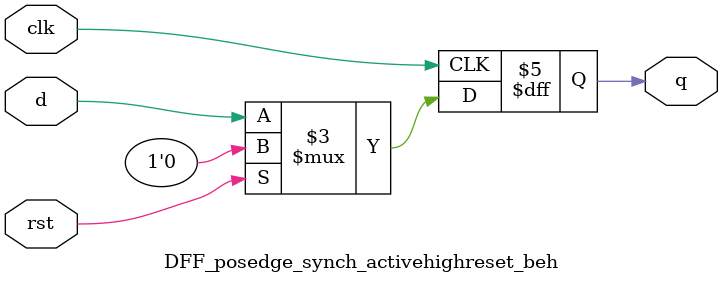
<source format=v>
`timescale 1ns / 1ps


module DFF_posedge_synch_activehighreset_beh(
    input d,clk,rst,
    output reg q
    );
   always@(posedge clk)
   if(rst)
   q<=1'b0;
   else
   q<=d; 
endmodule

</source>
